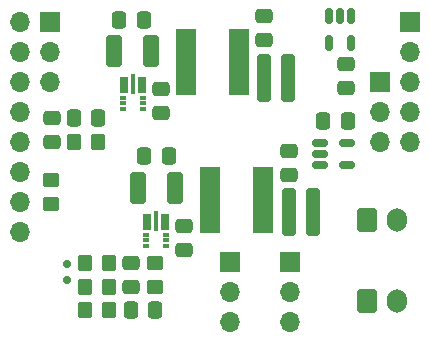
<source format=gts>
G04 #@! TF.GenerationSoftware,KiCad,Pcbnew,7.0.10-7.0.10~ubuntu23.10.1*
G04 #@! TF.CreationDate,2024-03-29T23:33:31+01:00*
G04 #@! TF.ProjectId,ledBoard,6c656442-6f61-4726-942e-6b696361645f,rev?*
G04 #@! TF.SameCoordinates,Original*
G04 #@! TF.FileFunction,Soldermask,Top*
G04 #@! TF.FilePolarity,Negative*
%FSLAX46Y46*%
G04 Gerber Fmt 4.6, Leading zero omitted, Abs format (unit mm)*
G04 Created by KiCad (PCBNEW 7.0.10-7.0.10~ubuntu23.10.1) date 2024-03-29 23:33:31*
%MOMM*%
%LPD*%
G01*
G04 APERTURE LIST*
G04 Aperture macros list*
%AMRoundRect*
0 Rectangle with rounded corners*
0 $1 Rounding radius*
0 $2 $3 $4 $5 $6 $7 $8 $9 X,Y pos of 4 corners*
0 Add a 4 corners polygon primitive as box body*
4,1,4,$2,$3,$4,$5,$6,$7,$8,$9,$2,$3,0*
0 Add four circle primitives for the rounded corners*
1,1,$1+$1,$2,$3*
1,1,$1+$1,$4,$5*
1,1,$1+$1,$6,$7*
1,1,$1+$1,$8,$9*
0 Add four rect primitives between the rounded corners*
20,1,$1+$1,$2,$3,$4,$5,0*
20,1,$1+$1,$4,$5,$6,$7,0*
20,1,$1+$1,$6,$7,$8,$9,0*
20,1,$1+$1,$8,$9,$2,$3,0*%
G04 Aperture macros list end*
%ADD10R,0.800000X1.450000*%
%ADD11R,0.600000X0.300000*%
%ADD12R,0.800000X1.458994*%
%ADD13R,0.300000X1.725000*%
%ADD14RoundRect,0.250000X0.475000X-0.337500X0.475000X0.337500X-0.475000X0.337500X-0.475000X-0.337500X0*%
%ADD15O,1.700000X1.700000*%
%ADD16R,1.700000X1.700000*%
%ADD17RoundRect,0.250000X-0.337500X-0.475000X0.337500X-0.475000X0.337500X0.475000X-0.337500X0.475000X0*%
%ADD18RoundRect,0.150000X-0.512500X-0.150000X0.512500X-0.150000X0.512500X0.150000X-0.512500X0.150000X0*%
%ADD19RoundRect,0.250000X-0.412500X-1.100000X0.412500X-1.100000X0.412500X1.100000X-0.412500X1.100000X0*%
%ADD20RoundRect,0.150000X-0.150000X0.512500X-0.150000X-0.512500X0.150000X-0.512500X0.150000X0.512500X0*%
%ADD21RoundRect,0.250000X-0.450000X0.350000X-0.450000X-0.350000X0.450000X-0.350000X0.450000X0.350000X0*%
%ADD22R,1.700000X5.700000*%
%ADD23RoundRect,0.250000X0.450000X-0.350000X0.450000X0.350000X-0.450000X0.350000X-0.450000X-0.350000X0*%
%ADD24RoundRect,0.250000X-0.600000X-0.750000X0.600000X-0.750000X0.600000X0.750000X-0.600000X0.750000X0*%
%ADD25O,1.700000X2.000000*%
%ADD26RoundRect,0.250000X0.337500X0.475000X-0.337500X0.475000X-0.337500X-0.475000X0.337500X-0.475000X0*%
%ADD27RoundRect,0.250000X0.350000X1.775000X-0.350000X1.775000X-0.350000X-1.775000X0.350000X-1.775000X0*%
%ADD28RoundRect,0.250000X0.350000X0.450000X-0.350000X0.450000X-0.350000X-0.450000X0.350000X-0.450000X0*%
%ADD29RoundRect,0.250000X-0.475000X0.337500X-0.475000X-0.337500X0.475000X-0.337500X0.475000X0.337500X0*%
%ADD30RoundRect,0.250000X-0.350000X-0.450000X0.350000X-0.450000X0.350000X0.450000X-0.350000X0.450000X0*%
%ADD31RoundRect,0.150000X-0.200000X0.150000X-0.200000X-0.150000X0.200000X-0.150000X0.200000X0.150000X0*%
G04 APERTURE END LIST*
D10*
X211396100Y-86940900D03*
D11*
X211296100Y-87990900D03*
X211296100Y-88465900D03*
X211296100Y-88940900D03*
X212996100Y-88940900D03*
X212996100Y-88465900D03*
X212996100Y-87990900D03*
D12*
X212896100Y-86945397D03*
D13*
X212146100Y-86803400D03*
D10*
X209433600Y-75336400D03*
D11*
X209333600Y-76386400D03*
X209333600Y-76861400D03*
X209333600Y-77336400D03*
X211033600Y-77336400D03*
X211033600Y-76861400D03*
X211033600Y-76386400D03*
D12*
X210933600Y-75340897D03*
D13*
X210183600Y-75198900D03*
D14*
X221310200Y-71547900D03*
X221310200Y-69472900D03*
X223393000Y-82952500D03*
X223393000Y-80877500D03*
D15*
X200660000Y-87780000D03*
D16*
X203200000Y-70000000D03*
D15*
X200660000Y-70000000D03*
X203200000Y-72540000D03*
X200660000Y-72540000D03*
X203200000Y-75080000D03*
X200660000Y-75080000D03*
X200660000Y-77620000D03*
X200660000Y-80160000D03*
X200660000Y-82700000D03*
X200660000Y-85240000D03*
D17*
X210015000Y-94361000D03*
X212090000Y-94361000D03*
D18*
X226065500Y-80203000D03*
X226065500Y-81153000D03*
X226065500Y-82103000D03*
X228340500Y-82103000D03*
X228340500Y-80203000D03*
D17*
X211147700Y-81330800D03*
X213222700Y-81330800D03*
D14*
X210058000Y-92456000D03*
X210058000Y-90381000D03*
D19*
X208633100Y-72440800D03*
X211758100Y-72440800D03*
D17*
X209056500Y-69799200D03*
X211131500Y-69799200D03*
D20*
X228661000Y-69474500D03*
X227711000Y-69474500D03*
X226761000Y-69474500D03*
X226761000Y-71749500D03*
X228661000Y-71749500D03*
D21*
X212039200Y-90418500D03*
X212039200Y-92418500D03*
D22*
X221212800Y-85090000D03*
X216712800Y-85090000D03*
D14*
X212598000Y-77724000D03*
X212598000Y-75649000D03*
D23*
X203250000Y-85400000D03*
X203250000Y-83400000D03*
D24*
X230017000Y-93582000D03*
D25*
X232517000Y-93582000D03*
D14*
X214558000Y-89327900D03*
X214558000Y-87252900D03*
D26*
X228367500Y-78359000D03*
X226292500Y-78359000D03*
D27*
X223351200Y-74701400D03*
X221301200Y-74701400D03*
D24*
X230017000Y-86724000D03*
D25*
X232517000Y-86724000D03*
D19*
X210622700Y-84074000D03*
X213747700Y-84074000D03*
D22*
X219202000Y-73406000D03*
X214702000Y-73406000D03*
D28*
X208153000Y-94361000D03*
X206153000Y-94361000D03*
D29*
X228219000Y-73511500D03*
X228219000Y-75586500D03*
D30*
X206153000Y-90424000D03*
X208153000Y-90424000D03*
D31*
X204600000Y-91850000D03*
X204600000Y-90450000D03*
D27*
X225434000Y-86106000D03*
X223384000Y-86106000D03*
D28*
X208153000Y-92390000D03*
X206153000Y-92390000D03*
D17*
X205189000Y-78105000D03*
X207264000Y-78105000D03*
D29*
X203305500Y-78083500D03*
X203305500Y-80158500D03*
D16*
X233680000Y-70000000D03*
D15*
X233680000Y-72540000D03*
X233680000Y-75080000D03*
X233680000Y-77620000D03*
X233680000Y-80160000D03*
D16*
X218440000Y-90297000D03*
D15*
X218440000Y-92837000D03*
X218440000Y-95377000D03*
D16*
X223520000Y-90297000D03*
D15*
X223520000Y-92837000D03*
X223520000Y-95377000D03*
D28*
X207226500Y-80137000D03*
X205226500Y-80137000D03*
D16*
X231140000Y-75080000D03*
D15*
X231140000Y-77620000D03*
X231140000Y-80160000D03*
M02*

</source>
